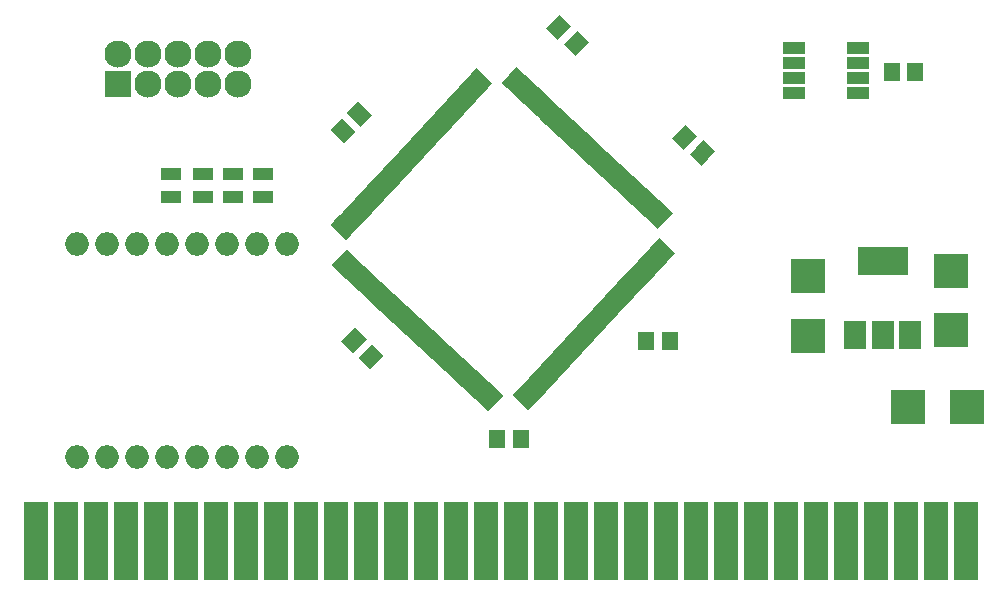
<source format=gts>
G04 #@! TF.FileFunction,Soldermask,Top*
%FSLAX46Y46*%
G04 Gerber Fmt 4.6, Leading zero omitted, Abs format (unit mm)*
G04 Created by KiCad (PCBNEW (after 2015-may-25 BZR unknown)-product) date 17/09/2017 09:43:34*
%MOMM*%
G01*
G04 APERTURE LIST*
%ADD10C,0.100000*%
%ADD11R,2.950160X2.899360*%
%ADD12O,2.000000X2.000000*%
%ADD13R,1.700000X1.100000*%
%ADD14R,4.200000X2.400000*%
%ADD15R,1.900000X2.400000*%
%ADD16R,1.400000X1.650000*%
%ADD17R,2.300000X2.300000*%
%ADD18C,2.300000*%
%ADD19R,2.000200X6.699200*%
%ADD20R,2.899360X2.950160*%
%ADD21R,1.950000X1.000000*%
G04 APERTURE END LIST*
D10*
D11*
X242250240Y-152750000D03*
X247299760Y-152750000D03*
D12*
X189678600Y-156950600D03*
X187138600Y-156950600D03*
X184598600Y-156950600D03*
X182058600Y-156950600D03*
X179518600Y-156950600D03*
X176978600Y-156950600D03*
X174438600Y-156950600D03*
X171898600Y-156950600D03*
X171898600Y-138950600D03*
X174438600Y-138950600D03*
X176978600Y-138950600D03*
X179518600Y-138950600D03*
X182058600Y-138950600D03*
X184598600Y-138950600D03*
X187138600Y-138950600D03*
X189678600Y-138950600D03*
D13*
X179890000Y-133040000D03*
X179890000Y-134940000D03*
X182560000Y-133040000D03*
X182560000Y-134940000D03*
X185160000Y-133040000D03*
X185160000Y-134940000D03*
D10*
G36*
X215275379Y-121814428D02*
X214171314Y-123040617D01*
X213130911Y-122103834D01*
X214234976Y-120877645D01*
X215275379Y-121814428D01*
X215275379Y-121814428D01*
G37*
G36*
X213789090Y-120476166D02*
X212685025Y-121702355D01*
X211644622Y-120765572D01*
X212748687Y-119539383D01*
X213789090Y-120476166D01*
X213789090Y-120476166D01*
G37*
G36*
X225954255Y-131082665D02*
X224871758Y-132327936D01*
X223815165Y-131409453D01*
X224897662Y-130164182D01*
X225954255Y-131082665D01*
X225954255Y-131082665D01*
G37*
G36*
X224444836Y-129770546D02*
X223362339Y-131015817D01*
X222305746Y-130097334D01*
X223388243Y-128852063D01*
X224444836Y-129770546D01*
X224444836Y-129770546D01*
G37*
G36*
X197875445Y-148398719D02*
X196708719Y-149565445D01*
X195718769Y-148575495D01*
X196885495Y-147408769D01*
X197875445Y-148398719D01*
X197875445Y-148398719D01*
G37*
G36*
X196461232Y-146984505D02*
X195294506Y-148151231D01*
X194304556Y-147161281D01*
X195471282Y-145994555D01*
X196461232Y-146984505D01*
X196461232Y-146984505D01*
G37*
D14*
X240140000Y-140380000D03*
D15*
X240140000Y-146680000D03*
X242440000Y-146680000D03*
X237840000Y-146680000D03*
D10*
G36*
X205303552Y-124562413D02*
X205746851Y-124087034D01*
X207099856Y-125348731D01*
X206656557Y-125824110D01*
X205303552Y-124562413D01*
X205303552Y-124562413D01*
G37*
G36*
X204962553Y-124928090D02*
X205405852Y-124452711D01*
X206758857Y-125714408D01*
X206315558Y-126189787D01*
X204962553Y-124928090D01*
X204962553Y-124928090D01*
G37*
G36*
X204621554Y-125293767D02*
X205064853Y-124818388D01*
X206417858Y-126080085D01*
X205974559Y-126555464D01*
X204621554Y-125293767D01*
X204621554Y-125293767D01*
G37*
G36*
X204280555Y-125659444D02*
X204723854Y-125184065D01*
X206076859Y-126445762D01*
X205633560Y-126921141D01*
X204280555Y-125659444D01*
X204280555Y-125659444D01*
G37*
G36*
X203939555Y-126025121D02*
X204382854Y-125549742D01*
X205735859Y-126811439D01*
X205292560Y-127286818D01*
X203939555Y-126025121D01*
X203939555Y-126025121D01*
G37*
G36*
X203598556Y-126390798D02*
X204041855Y-125915419D01*
X205394860Y-127177116D01*
X204951561Y-127652495D01*
X203598556Y-126390798D01*
X203598556Y-126390798D01*
G37*
G36*
X203257557Y-126756475D02*
X203700856Y-126281096D01*
X205053861Y-127542793D01*
X204610562Y-128018172D01*
X203257557Y-126756475D01*
X203257557Y-126756475D01*
G37*
G36*
X202916558Y-127122151D02*
X203359857Y-126646772D01*
X204712862Y-127908469D01*
X204269563Y-128383848D01*
X202916558Y-127122151D01*
X202916558Y-127122151D01*
G37*
G36*
X202575559Y-127487828D02*
X203018858Y-127012449D01*
X204371863Y-128274146D01*
X203928564Y-128749525D01*
X202575559Y-127487828D01*
X202575559Y-127487828D01*
G37*
G36*
X202234559Y-127853505D02*
X202677858Y-127378126D01*
X204030863Y-128639823D01*
X203587564Y-129115202D01*
X202234559Y-127853505D01*
X202234559Y-127853505D01*
G37*
G36*
X201893560Y-128219182D02*
X202336859Y-127743803D01*
X203689864Y-129005500D01*
X203246565Y-129480879D01*
X201893560Y-128219182D01*
X201893560Y-128219182D01*
G37*
G36*
X201552561Y-128584859D02*
X201995860Y-128109480D01*
X203348865Y-129371177D01*
X202905566Y-129846556D01*
X201552561Y-128584859D01*
X201552561Y-128584859D01*
G37*
G36*
X201211562Y-128950536D02*
X201654861Y-128475157D01*
X203007866Y-129736854D01*
X202564567Y-130212233D01*
X201211562Y-128950536D01*
X201211562Y-128950536D01*
G37*
G36*
X200870563Y-129316212D02*
X201313862Y-128840833D01*
X202666867Y-130102530D01*
X202223568Y-130577909D01*
X200870563Y-129316212D01*
X200870563Y-129316212D01*
G37*
G36*
X200529564Y-129681889D02*
X200972863Y-129206510D01*
X202325868Y-130468207D01*
X201882569Y-130943586D01*
X200529564Y-129681889D01*
X200529564Y-129681889D01*
G37*
G36*
X200188564Y-130047566D02*
X200631863Y-129572187D01*
X201984868Y-130833884D01*
X201541569Y-131309263D01*
X200188564Y-130047566D01*
X200188564Y-130047566D01*
G37*
G36*
X199847565Y-130413243D02*
X200290864Y-129937864D01*
X201643869Y-131199561D01*
X201200570Y-131674940D01*
X199847565Y-130413243D01*
X199847565Y-130413243D01*
G37*
G36*
X199506566Y-130778920D02*
X199949865Y-130303541D01*
X201302870Y-131565238D01*
X200859571Y-132040617D01*
X199506566Y-130778920D01*
X199506566Y-130778920D01*
G37*
G36*
X199165567Y-131144597D02*
X199608866Y-130669218D01*
X200961871Y-131930915D01*
X200518572Y-132406294D01*
X199165567Y-131144597D01*
X199165567Y-131144597D01*
G37*
G36*
X198824568Y-131510274D02*
X199267867Y-131034895D01*
X200620872Y-132296592D01*
X200177573Y-132771971D01*
X198824568Y-131510274D01*
X198824568Y-131510274D01*
G37*
G36*
X198483568Y-131875950D02*
X198926867Y-131400571D01*
X200279872Y-132662268D01*
X199836573Y-133137647D01*
X198483568Y-131875950D01*
X198483568Y-131875950D01*
G37*
G36*
X198142569Y-132241627D02*
X198585868Y-131766248D01*
X199938873Y-133027945D01*
X199495574Y-133503324D01*
X198142569Y-132241627D01*
X198142569Y-132241627D01*
G37*
G36*
X197801570Y-132607304D02*
X198244869Y-132131925D01*
X199597874Y-133393622D01*
X199154575Y-133869001D01*
X197801570Y-132607304D01*
X197801570Y-132607304D01*
G37*
G36*
X197460571Y-132972981D02*
X197903870Y-132497602D01*
X199256875Y-133759299D01*
X198813576Y-134234678D01*
X197460571Y-132972981D01*
X197460571Y-132972981D01*
G37*
G36*
X197119572Y-133338658D02*
X197562871Y-132863279D01*
X198915876Y-134124976D01*
X198472577Y-134600355D01*
X197119572Y-133338658D01*
X197119572Y-133338658D01*
G37*
G36*
X196778573Y-133704335D02*
X197221872Y-133228956D01*
X198574877Y-134490653D01*
X198131578Y-134966032D01*
X196778573Y-133704335D01*
X196778573Y-133704335D01*
G37*
G36*
X196437573Y-134070012D02*
X196880872Y-133594633D01*
X198233877Y-134856330D01*
X197790578Y-135331709D01*
X196437573Y-134070012D01*
X196437573Y-134070012D01*
G37*
G36*
X196096574Y-134435688D02*
X196539873Y-133960309D01*
X197892878Y-135222006D01*
X197449579Y-135697385D01*
X196096574Y-134435688D01*
X196096574Y-134435688D01*
G37*
G36*
X195755575Y-134801365D02*
X196198874Y-134325986D01*
X197551879Y-135587683D01*
X197108580Y-136063062D01*
X195755575Y-134801365D01*
X195755575Y-134801365D01*
G37*
G36*
X195414576Y-135167042D02*
X195857875Y-134691663D01*
X197210880Y-135953360D01*
X196767581Y-136428739D01*
X195414576Y-135167042D01*
X195414576Y-135167042D01*
G37*
G36*
X195073577Y-135532719D02*
X195516876Y-135057340D01*
X196869881Y-136319037D01*
X196426582Y-136794416D01*
X195073577Y-135532719D01*
X195073577Y-135532719D01*
G37*
G36*
X194732578Y-135898396D02*
X195175877Y-135423017D01*
X196528882Y-136684714D01*
X196085583Y-137160093D01*
X194732578Y-135898396D01*
X194732578Y-135898396D01*
G37*
G36*
X194391578Y-136264073D02*
X194834877Y-135788694D01*
X196187882Y-137050391D01*
X195744583Y-137525770D01*
X194391578Y-136264073D01*
X194391578Y-136264073D01*
G37*
G36*
X194050579Y-136629749D02*
X194493878Y-136154370D01*
X195846883Y-137416067D01*
X195403584Y-137891446D01*
X194050579Y-136629749D01*
X194050579Y-136629749D01*
G37*
G36*
X193709580Y-136995426D02*
X194152879Y-136520047D01*
X195505884Y-137781744D01*
X195062585Y-138257123D01*
X193709580Y-136995426D01*
X193709580Y-136995426D01*
G37*
G36*
X193368581Y-137361103D02*
X193811880Y-136885724D01*
X195164885Y-138147421D01*
X194721586Y-138622800D01*
X193368581Y-137361103D01*
X193368581Y-137361103D01*
G37*
G36*
X193962413Y-141196448D02*
X193487034Y-140753149D01*
X194748731Y-139400144D01*
X195224110Y-139843443D01*
X193962413Y-141196448D01*
X193962413Y-141196448D01*
G37*
G36*
X194328090Y-141537447D02*
X193852711Y-141094148D01*
X195114408Y-139741143D01*
X195589787Y-140184442D01*
X194328090Y-141537447D01*
X194328090Y-141537447D01*
G37*
G36*
X194693767Y-141878446D02*
X194218388Y-141435147D01*
X195480085Y-140082142D01*
X195955464Y-140525441D01*
X194693767Y-141878446D01*
X194693767Y-141878446D01*
G37*
G36*
X195059444Y-142219445D02*
X194584065Y-141776146D01*
X195845762Y-140423141D01*
X196321141Y-140866440D01*
X195059444Y-142219445D01*
X195059444Y-142219445D01*
G37*
G36*
X195425121Y-142560445D02*
X194949742Y-142117146D01*
X196211439Y-140764141D01*
X196686818Y-141207440D01*
X195425121Y-142560445D01*
X195425121Y-142560445D01*
G37*
G36*
X195790798Y-142901444D02*
X195315419Y-142458145D01*
X196577116Y-141105140D01*
X197052495Y-141548439D01*
X195790798Y-142901444D01*
X195790798Y-142901444D01*
G37*
G36*
X196156475Y-143242443D02*
X195681096Y-142799144D01*
X196942793Y-141446139D01*
X197418172Y-141889438D01*
X196156475Y-143242443D01*
X196156475Y-143242443D01*
G37*
G36*
X196522151Y-143583442D02*
X196046772Y-143140143D01*
X197308469Y-141787138D01*
X197783848Y-142230437D01*
X196522151Y-143583442D01*
X196522151Y-143583442D01*
G37*
G36*
X196887828Y-143924441D02*
X196412449Y-143481142D01*
X197674146Y-142128137D01*
X198149525Y-142571436D01*
X196887828Y-143924441D01*
X196887828Y-143924441D01*
G37*
G36*
X197253505Y-144265441D02*
X196778126Y-143822142D01*
X198039823Y-142469137D01*
X198515202Y-142912436D01*
X197253505Y-144265441D01*
X197253505Y-144265441D01*
G37*
G36*
X197619182Y-144606440D02*
X197143803Y-144163141D01*
X198405500Y-142810136D01*
X198880879Y-143253435D01*
X197619182Y-144606440D01*
X197619182Y-144606440D01*
G37*
G36*
X197984859Y-144947439D02*
X197509480Y-144504140D01*
X198771177Y-143151135D01*
X199246556Y-143594434D01*
X197984859Y-144947439D01*
X197984859Y-144947439D01*
G37*
G36*
X198350536Y-145288438D02*
X197875157Y-144845139D01*
X199136854Y-143492134D01*
X199612233Y-143935433D01*
X198350536Y-145288438D01*
X198350536Y-145288438D01*
G37*
G36*
X198716212Y-145629437D02*
X198240833Y-145186138D01*
X199502530Y-143833133D01*
X199977909Y-144276432D01*
X198716212Y-145629437D01*
X198716212Y-145629437D01*
G37*
G36*
X199081889Y-145970436D02*
X198606510Y-145527137D01*
X199868207Y-144174132D01*
X200343586Y-144617431D01*
X199081889Y-145970436D01*
X199081889Y-145970436D01*
G37*
G36*
X199447566Y-146311436D02*
X198972187Y-145868137D01*
X200233884Y-144515132D01*
X200709263Y-144958431D01*
X199447566Y-146311436D01*
X199447566Y-146311436D01*
G37*
G36*
X199813243Y-146652435D02*
X199337864Y-146209136D01*
X200599561Y-144856131D01*
X201074940Y-145299430D01*
X199813243Y-146652435D01*
X199813243Y-146652435D01*
G37*
G36*
X200178920Y-146993434D02*
X199703541Y-146550135D01*
X200965238Y-145197130D01*
X201440617Y-145640429D01*
X200178920Y-146993434D01*
X200178920Y-146993434D01*
G37*
G36*
X200544597Y-147334433D02*
X200069218Y-146891134D01*
X201330915Y-145538129D01*
X201806294Y-145981428D01*
X200544597Y-147334433D01*
X200544597Y-147334433D01*
G37*
G36*
X200910274Y-147675432D02*
X200434895Y-147232133D01*
X201696592Y-145879128D01*
X202171971Y-146322427D01*
X200910274Y-147675432D01*
X200910274Y-147675432D01*
G37*
G36*
X201275950Y-148016432D02*
X200800571Y-147573133D01*
X202062268Y-146220128D01*
X202537647Y-146663427D01*
X201275950Y-148016432D01*
X201275950Y-148016432D01*
G37*
G36*
X201641627Y-148357431D02*
X201166248Y-147914132D01*
X202427945Y-146561127D01*
X202903324Y-147004426D01*
X201641627Y-148357431D01*
X201641627Y-148357431D01*
G37*
G36*
X202007304Y-148698430D02*
X201531925Y-148255131D01*
X202793622Y-146902126D01*
X203269001Y-147345425D01*
X202007304Y-148698430D01*
X202007304Y-148698430D01*
G37*
G36*
X202372981Y-149039429D02*
X201897602Y-148596130D01*
X203159299Y-147243125D01*
X203634678Y-147686424D01*
X202372981Y-149039429D01*
X202372981Y-149039429D01*
G37*
G36*
X202738658Y-149380428D02*
X202263279Y-148937129D01*
X203524976Y-147584124D01*
X204000355Y-148027423D01*
X202738658Y-149380428D01*
X202738658Y-149380428D01*
G37*
G36*
X203104335Y-149721427D02*
X202628956Y-149278128D01*
X203890653Y-147925123D01*
X204366032Y-148368422D01*
X203104335Y-149721427D01*
X203104335Y-149721427D01*
G37*
G36*
X203470012Y-150062427D02*
X202994633Y-149619128D01*
X204256330Y-148266123D01*
X204731709Y-148709422D01*
X203470012Y-150062427D01*
X203470012Y-150062427D01*
G37*
G36*
X203835688Y-150403426D02*
X203360309Y-149960127D01*
X204622006Y-148607122D01*
X205097385Y-149050421D01*
X203835688Y-150403426D01*
X203835688Y-150403426D01*
G37*
G36*
X204201365Y-150744425D02*
X203725986Y-150301126D01*
X204987683Y-148948121D01*
X205463062Y-149391420D01*
X204201365Y-150744425D01*
X204201365Y-150744425D01*
G37*
G36*
X204567042Y-151085424D02*
X204091663Y-150642125D01*
X205353360Y-149289120D01*
X205828739Y-149732419D01*
X204567042Y-151085424D01*
X204567042Y-151085424D01*
G37*
G36*
X204932719Y-151426423D02*
X204457340Y-150983124D01*
X205719037Y-149630119D01*
X206194416Y-150073418D01*
X204932719Y-151426423D01*
X204932719Y-151426423D01*
G37*
G36*
X205298396Y-151767422D02*
X204823017Y-151324123D01*
X206084714Y-149971118D01*
X206560093Y-150414417D01*
X205298396Y-151767422D01*
X205298396Y-151767422D01*
G37*
G36*
X205664073Y-152108422D02*
X205188694Y-151665123D01*
X206450391Y-150312118D01*
X206925770Y-150755417D01*
X205664073Y-152108422D01*
X205664073Y-152108422D01*
G37*
G36*
X206029749Y-152449421D02*
X205554370Y-152006122D01*
X206816067Y-150653117D01*
X207291446Y-151096416D01*
X206029749Y-152449421D01*
X206029749Y-152449421D01*
G37*
G36*
X206395426Y-152790420D02*
X205920047Y-152347121D01*
X207181744Y-150994116D01*
X207657123Y-151437415D01*
X206395426Y-152790420D01*
X206395426Y-152790420D01*
G37*
G36*
X206761103Y-153131419D02*
X206285724Y-152688120D01*
X207547421Y-151335115D01*
X208022800Y-151778414D01*
X206761103Y-153131419D01*
X206761103Y-153131419D01*
G37*
G36*
X208800144Y-151751269D02*
X209243443Y-151275890D01*
X210596448Y-152537587D01*
X210153149Y-153012966D01*
X208800144Y-151751269D01*
X208800144Y-151751269D01*
G37*
G36*
X209141143Y-151385592D02*
X209584442Y-150910213D01*
X210937447Y-152171910D01*
X210494148Y-152647289D01*
X209141143Y-151385592D01*
X209141143Y-151385592D01*
G37*
G36*
X209482142Y-151019915D02*
X209925441Y-150544536D01*
X211278446Y-151806233D01*
X210835147Y-152281612D01*
X209482142Y-151019915D01*
X209482142Y-151019915D01*
G37*
G36*
X209823141Y-150654238D02*
X210266440Y-150178859D01*
X211619445Y-151440556D01*
X211176146Y-151915935D01*
X209823141Y-150654238D01*
X209823141Y-150654238D01*
G37*
G36*
X210164141Y-150288561D02*
X210607440Y-149813182D01*
X211960445Y-151074879D01*
X211517146Y-151550258D01*
X210164141Y-150288561D01*
X210164141Y-150288561D01*
G37*
G36*
X210505140Y-149922884D02*
X210948439Y-149447505D01*
X212301444Y-150709202D01*
X211858145Y-151184581D01*
X210505140Y-149922884D01*
X210505140Y-149922884D01*
G37*
G36*
X210846139Y-149557207D02*
X211289438Y-149081828D01*
X212642443Y-150343525D01*
X212199144Y-150818904D01*
X210846139Y-149557207D01*
X210846139Y-149557207D01*
G37*
G36*
X211187138Y-149191531D02*
X211630437Y-148716152D01*
X212983442Y-149977849D01*
X212540143Y-150453228D01*
X211187138Y-149191531D01*
X211187138Y-149191531D01*
G37*
G36*
X211528137Y-148825854D02*
X211971436Y-148350475D01*
X213324441Y-149612172D01*
X212881142Y-150087551D01*
X211528137Y-148825854D01*
X211528137Y-148825854D01*
G37*
G36*
X211869137Y-148460177D02*
X212312436Y-147984798D01*
X213665441Y-149246495D01*
X213222142Y-149721874D01*
X211869137Y-148460177D01*
X211869137Y-148460177D01*
G37*
G36*
X212210136Y-148094500D02*
X212653435Y-147619121D01*
X214006440Y-148880818D01*
X213563141Y-149356197D01*
X212210136Y-148094500D01*
X212210136Y-148094500D01*
G37*
G36*
X212551135Y-147728823D02*
X212994434Y-147253444D01*
X214347439Y-148515141D01*
X213904140Y-148990520D01*
X212551135Y-147728823D01*
X212551135Y-147728823D01*
G37*
G36*
X212892134Y-147363146D02*
X213335433Y-146887767D01*
X214688438Y-148149464D01*
X214245139Y-148624843D01*
X212892134Y-147363146D01*
X212892134Y-147363146D01*
G37*
G36*
X213233133Y-146997470D02*
X213676432Y-146522091D01*
X215029437Y-147783788D01*
X214586138Y-148259167D01*
X213233133Y-146997470D01*
X213233133Y-146997470D01*
G37*
G36*
X213574132Y-146631793D02*
X214017431Y-146156414D01*
X215370436Y-147418111D01*
X214927137Y-147893490D01*
X213574132Y-146631793D01*
X213574132Y-146631793D01*
G37*
G36*
X213915132Y-146266116D02*
X214358431Y-145790737D01*
X215711436Y-147052434D01*
X215268137Y-147527813D01*
X213915132Y-146266116D01*
X213915132Y-146266116D01*
G37*
G36*
X214256131Y-145900439D02*
X214699430Y-145425060D01*
X216052435Y-146686757D01*
X215609136Y-147162136D01*
X214256131Y-145900439D01*
X214256131Y-145900439D01*
G37*
G36*
X214597130Y-145534762D02*
X215040429Y-145059383D01*
X216393434Y-146321080D01*
X215950135Y-146796459D01*
X214597130Y-145534762D01*
X214597130Y-145534762D01*
G37*
G36*
X214938129Y-145169085D02*
X215381428Y-144693706D01*
X216734433Y-145955403D01*
X216291134Y-146430782D01*
X214938129Y-145169085D01*
X214938129Y-145169085D01*
G37*
G36*
X215279128Y-144803408D02*
X215722427Y-144328029D01*
X217075432Y-145589726D01*
X216632133Y-146065105D01*
X215279128Y-144803408D01*
X215279128Y-144803408D01*
G37*
G36*
X215620128Y-144437732D02*
X216063427Y-143962353D01*
X217416432Y-145224050D01*
X216973133Y-145699429D01*
X215620128Y-144437732D01*
X215620128Y-144437732D01*
G37*
G36*
X215961127Y-144072055D02*
X216404426Y-143596676D01*
X217757431Y-144858373D01*
X217314132Y-145333752D01*
X215961127Y-144072055D01*
X215961127Y-144072055D01*
G37*
G36*
X216302126Y-143706378D02*
X216745425Y-143230999D01*
X218098430Y-144492696D01*
X217655131Y-144968075D01*
X216302126Y-143706378D01*
X216302126Y-143706378D01*
G37*
G36*
X216643125Y-143340701D02*
X217086424Y-142865322D01*
X218439429Y-144127019D01*
X217996130Y-144602398D01*
X216643125Y-143340701D01*
X216643125Y-143340701D01*
G37*
G36*
X216984124Y-142975024D02*
X217427423Y-142499645D01*
X218780428Y-143761342D01*
X218337129Y-144236721D01*
X216984124Y-142975024D01*
X216984124Y-142975024D01*
G37*
G36*
X217325123Y-142609347D02*
X217768422Y-142133968D01*
X219121427Y-143395665D01*
X218678128Y-143871044D01*
X217325123Y-142609347D01*
X217325123Y-142609347D01*
G37*
G36*
X217666123Y-142243670D02*
X218109422Y-141768291D01*
X219462427Y-143029988D01*
X219019128Y-143505367D01*
X217666123Y-142243670D01*
X217666123Y-142243670D01*
G37*
G36*
X218007122Y-141877994D02*
X218450421Y-141402615D01*
X219803426Y-142664312D01*
X219360127Y-143139691D01*
X218007122Y-141877994D01*
X218007122Y-141877994D01*
G37*
G36*
X218348121Y-141512317D02*
X218791420Y-141036938D01*
X220144425Y-142298635D01*
X219701126Y-142774014D01*
X218348121Y-141512317D01*
X218348121Y-141512317D01*
G37*
G36*
X218689120Y-141146640D02*
X219132419Y-140671261D01*
X220485424Y-141932958D01*
X220042125Y-142408337D01*
X218689120Y-141146640D01*
X218689120Y-141146640D01*
G37*
G36*
X219030119Y-140780963D02*
X219473418Y-140305584D01*
X220826423Y-141567281D01*
X220383124Y-142042660D01*
X219030119Y-140780963D01*
X219030119Y-140780963D01*
G37*
G36*
X219371118Y-140415286D02*
X219814417Y-139939907D01*
X221167422Y-141201604D01*
X220724123Y-141676983D01*
X219371118Y-140415286D01*
X219371118Y-140415286D01*
G37*
G36*
X219712118Y-140049609D02*
X220155417Y-139574230D01*
X221508422Y-140835927D01*
X221065123Y-141311306D01*
X219712118Y-140049609D01*
X219712118Y-140049609D01*
G37*
G36*
X220053117Y-139683933D02*
X220496416Y-139208554D01*
X221849421Y-140470251D01*
X221406122Y-140945630D01*
X220053117Y-139683933D01*
X220053117Y-139683933D01*
G37*
G36*
X220394116Y-139318256D02*
X220837415Y-138842877D01*
X222190420Y-140104574D01*
X221747121Y-140579953D01*
X220394116Y-139318256D01*
X220394116Y-139318256D01*
G37*
G36*
X220735115Y-138952579D02*
X221178414Y-138477200D01*
X222531419Y-139738897D01*
X222088120Y-140214276D01*
X220735115Y-138952579D01*
X220735115Y-138952579D01*
G37*
G36*
X221151269Y-137699856D02*
X220675890Y-137256557D01*
X221937587Y-135903552D01*
X222412966Y-136346851D01*
X221151269Y-137699856D01*
X221151269Y-137699856D01*
G37*
G36*
X220785592Y-137358857D02*
X220310213Y-136915558D01*
X221571910Y-135562553D01*
X222047289Y-136005852D01*
X220785592Y-137358857D01*
X220785592Y-137358857D01*
G37*
G36*
X220419915Y-137017858D02*
X219944536Y-136574559D01*
X221206233Y-135221554D01*
X221681612Y-135664853D01*
X220419915Y-137017858D01*
X220419915Y-137017858D01*
G37*
G36*
X220054238Y-136676859D02*
X219578859Y-136233560D01*
X220840556Y-134880555D01*
X221315935Y-135323854D01*
X220054238Y-136676859D01*
X220054238Y-136676859D01*
G37*
G36*
X219688561Y-136335859D02*
X219213182Y-135892560D01*
X220474879Y-134539555D01*
X220950258Y-134982854D01*
X219688561Y-136335859D01*
X219688561Y-136335859D01*
G37*
G36*
X219322884Y-135994860D02*
X218847505Y-135551561D01*
X220109202Y-134198556D01*
X220584581Y-134641855D01*
X219322884Y-135994860D01*
X219322884Y-135994860D01*
G37*
G36*
X218957207Y-135653861D02*
X218481828Y-135210562D01*
X219743525Y-133857557D01*
X220218904Y-134300856D01*
X218957207Y-135653861D01*
X218957207Y-135653861D01*
G37*
G36*
X218591531Y-135312862D02*
X218116152Y-134869563D01*
X219377849Y-133516558D01*
X219853228Y-133959857D01*
X218591531Y-135312862D01*
X218591531Y-135312862D01*
G37*
G36*
X218225854Y-134971863D02*
X217750475Y-134528564D01*
X219012172Y-133175559D01*
X219487551Y-133618858D01*
X218225854Y-134971863D01*
X218225854Y-134971863D01*
G37*
G36*
X217860177Y-134630863D02*
X217384798Y-134187564D01*
X218646495Y-132834559D01*
X219121874Y-133277858D01*
X217860177Y-134630863D01*
X217860177Y-134630863D01*
G37*
G36*
X217494500Y-134289864D02*
X217019121Y-133846565D01*
X218280818Y-132493560D01*
X218756197Y-132936859D01*
X217494500Y-134289864D01*
X217494500Y-134289864D01*
G37*
G36*
X217128823Y-133948865D02*
X216653444Y-133505566D01*
X217915141Y-132152561D01*
X218390520Y-132595860D01*
X217128823Y-133948865D01*
X217128823Y-133948865D01*
G37*
G36*
X216763146Y-133607866D02*
X216287767Y-133164567D01*
X217549464Y-131811562D01*
X218024843Y-132254861D01*
X216763146Y-133607866D01*
X216763146Y-133607866D01*
G37*
G36*
X216397470Y-133266867D02*
X215922091Y-132823568D01*
X217183788Y-131470563D01*
X217659167Y-131913862D01*
X216397470Y-133266867D01*
X216397470Y-133266867D01*
G37*
G36*
X216031793Y-132925868D02*
X215556414Y-132482569D01*
X216818111Y-131129564D01*
X217293490Y-131572863D01*
X216031793Y-132925868D01*
X216031793Y-132925868D01*
G37*
G36*
X215666116Y-132584868D02*
X215190737Y-132141569D01*
X216452434Y-130788564D01*
X216927813Y-131231863D01*
X215666116Y-132584868D01*
X215666116Y-132584868D01*
G37*
G36*
X215300439Y-132243869D02*
X214825060Y-131800570D01*
X216086757Y-130447565D01*
X216562136Y-130890864D01*
X215300439Y-132243869D01*
X215300439Y-132243869D01*
G37*
G36*
X214934762Y-131902870D02*
X214459383Y-131459571D01*
X215721080Y-130106566D01*
X216196459Y-130549865D01*
X214934762Y-131902870D01*
X214934762Y-131902870D01*
G37*
G36*
X214569085Y-131561871D02*
X214093706Y-131118572D01*
X215355403Y-129765567D01*
X215830782Y-130208866D01*
X214569085Y-131561871D01*
X214569085Y-131561871D01*
G37*
G36*
X214203408Y-131220872D02*
X213728029Y-130777573D01*
X214989726Y-129424568D01*
X215465105Y-129867867D01*
X214203408Y-131220872D01*
X214203408Y-131220872D01*
G37*
G36*
X213837732Y-130879872D02*
X213362353Y-130436573D01*
X214624050Y-129083568D01*
X215099429Y-129526867D01*
X213837732Y-130879872D01*
X213837732Y-130879872D01*
G37*
G36*
X213472055Y-130538873D02*
X212996676Y-130095574D01*
X214258373Y-128742569D01*
X214733752Y-129185868D01*
X213472055Y-130538873D01*
X213472055Y-130538873D01*
G37*
G36*
X213106378Y-130197874D02*
X212630999Y-129754575D01*
X213892696Y-128401570D01*
X214368075Y-128844869D01*
X213106378Y-130197874D01*
X213106378Y-130197874D01*
G37*
G36*
X212740701Y-129856875D02*
X212265322Y-129413576D01*
X213527019Y-128060571D01*
X214002398Y-128503870D01*
X212740701Y-129856875D01*
X212740701Y-129856875D01*
G37*
G36*
X212375024Y-129515876D02*
X211899645Y-129072577D01*
X213161342Y-127719572D01*
X213636721Y-128162871D01*
X212375024Y-129515876D01*
X212375024Y-129515876D01*
G37*
G36*
X212009347Y-129174877D02*
X211533968Y-128731578D01*
X212795665Y-127378573D01*
X213271044Y-127821872D01*
X212009347Y-129174877D01*
X212009347Y-129174877D01*
G37*
G36*
X211643670Y-128833877D02*
X211168291Y-128390578D01*
X212429988Y-127037573D01*
X212905367Y-127480872D01*
X211643670Y-128833877D01*
X211643670Y-128833877D01*
G37*
G36*
X211277994Y-128492878D02*
X210802615Y-128049579D01*
X212064312Y-126696574D01*
X212539691Y-127139873D01*
X211277994Y-128492878D01*
X211277994Y-128492878D01*
G37*
G36*
X210912317Y-128151879D02*
X210436938Y-127708580D01*
X211698635Y-126355575D01*
X212174014Y-126798874D01*
X210912317Y-128151879D01*
X210912317Y-128151879D01*
G37*
G36*
X210546640Y-127810880D02*
X210071261Y-127367581D01*
X211332958Y-126014576D01*
X211808337Y-126457875D01*
X210546640Y-127810880D01*
X210546640Y-127810880D01*
G37*
G36*
X210180963Y-127469881D02*
X209705584Y-127026582D01*
X210967281Y-125673577D01*
X211442660Y-126116876D01*
X210180963Y-127469881D01*
X210180963Y-127469881D01*
G37*
G36*
X209815286Y-127128882D02*
X209339907Y-126685583D01*
X210601604Y-125332578D01*
X211076983Y-125775877D01*
X209815286Y-127128882D01*
X209815286Y-127128882D01*
G37*
G36*
X209449609Y-126787882D02*
X208974230Y-126344583D01*
X210235927Y-124991578D01*
X210711306Y-125434877D01*
X209449609Y-126787882D01*
X209449609Y-126787882D01*
G37*
G36*
X209083933Y-126446883D02*
X208608554Y-126003584D01*
X209870251Y-124650579D01*
X210345630Y-125093878D01*
X209083933Y-126446883D01*
X209083933Y-126446883D01*
G37*
G36*
X208718256Y-126105884D02*
X208242877Y-125662585D01*
X209504574Y-124309580D01*
X209979953Y-124752879D01*
X208718256Y-126105884D01*
X208718256Y-126105884D01*
G37*
G36*
X208352579Y-125764885D02*
X207877200Y-125321586D01*
X209138897Y-123968581D01*
X209614276Y-124411880D01*
X208352579Y-125764885D01*
X208352579Y-125764885D01*
G37*
D16*
X209520000Y-155440000D03*
X207520000Y-155439999D03*
D17*
X175420000Y-125370000D03*
D18*
X175420000Y-122830000D03*
X177960000Y-125370000D03*
X177960000Y-122830000D03*
X180500000Y-125370000D03*
X180500000Y-122830000D03*
X183040000Y-125370000D03*
X183040000Y-122830000D03*
X185580000Y-125370000D03*
X185580000Y-122830000D03*
D19*
X168443180Y-164118580D03*
X170983180Y-164118580D03*
X173523180Y-164118580D03*
X176063180Y-164118580D03*
X178603180Y-164118580D03*
X181143180Y-164118580D03*
X183683180Y-164118580D03*
X186223180Y-164118580D03*
X188763180Y-164118580D03*
X191303180Y-164118580D03*
X193843180Y-164118580D03*
X196383180Y-164118580D03*
X198923180Y-164118580D03*
X201463180Y-164118580D03*
X204003180Y-164118580D03*
X206543180Y-164118580D03*
X209083180Y-164118580D03*
X211623180Y-164118580D03*
X214163180Y-164118580D03*
X216703180Y-164118580D03*
X219243180Y-164118580D03*
X221783180Y-164118580D03*
X224323180Y-164118580D03*
X226863180Y-164118580D03*
X229403180Y-164118580D03*
X231943180Y-164118580D03*
X234483180Y-164118580D03*
X237023180Y-164118580D03*
X239563180Y-164118580D03*
X242103180Y-164118580D03*
X244643180Y-164118580D03*
X247183180Y-164118580D03*
D10*
G36*
X195748719Y-126854555D02*
X196915445Y-128021281D01*
X195925495Y-129011231D01*
X194758769Y-127844505D01*
X195748719Y-126854555D01*
X195748719Y-126854555D01*
G37*
G36*
X194334505Y-128268769D02*
X195501231Y-129435495D01*
X194511281Y-130425445D01*
X193344555Y-129258719D01*
X194334505Y-128268769D01*
X194334505Y-128268769D01*
G37*
D16*
X220100000Y-147180000D03*
X222100000Y-147180000D03*
D20*
X233860000Y-146724760D03*
X233860000Y-141675240D03*
X245930000Y-146244760D03*
X245930000Y-141195240D03*
D16*
X242920000Y-124380000D03*
X240920000Y-124380000D03*
D13*
X187680000Y-133040000D03*
X187680000Y-134940000D03*
D21*
X232620000Y-122375000D03*
X232620000Y-123645000D03*
X232620000Y-124915000D03*
X232620000Y-126185000D03*
X238020000Y-126185000D03*
X238020000Y-124915000D03*
X238020000Y-123645000D03*
X238020000Y-122375000D03*
M02*

</source>
